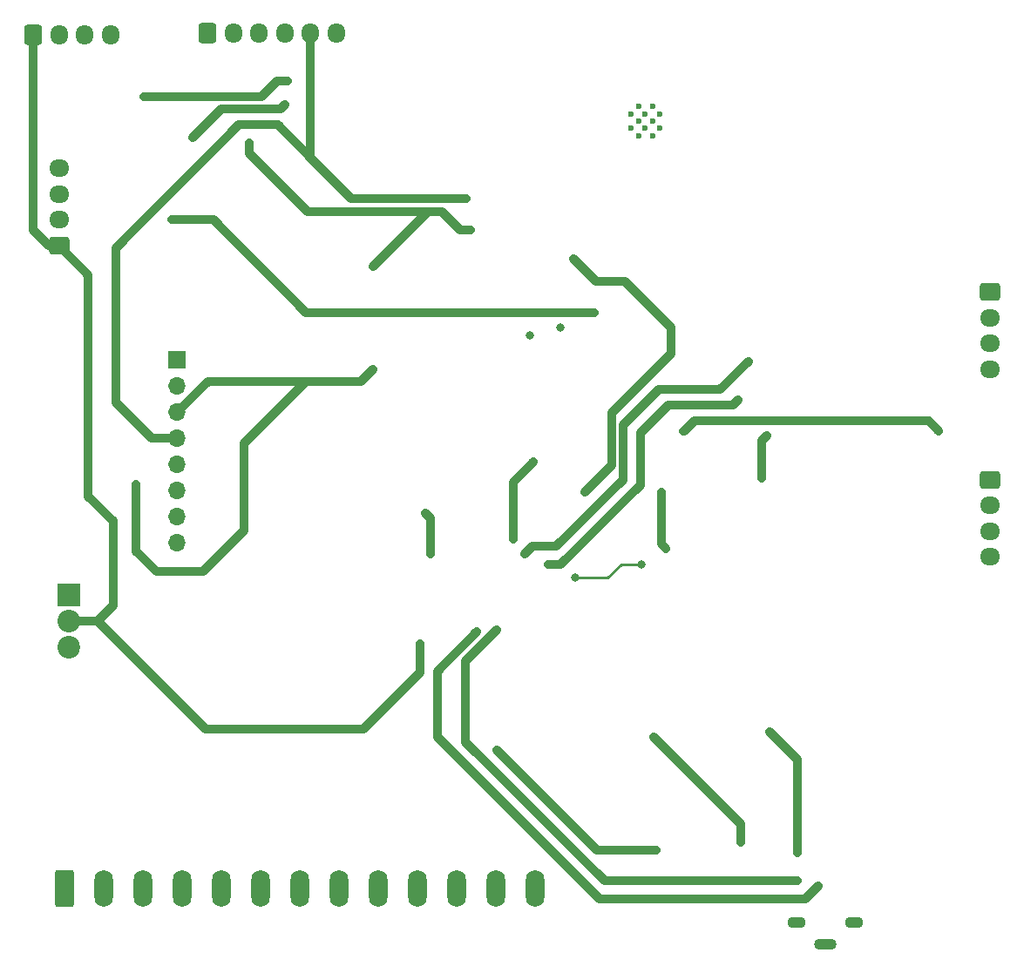
<source format=gbl>
G04 #@! TF.GenerationSoftware,KiCad,Pcbnew,8.0.8*
G04 #@! TF.CreationDate,2025-01-30T15:15:15-05:00*
G04 #@! TF.ProjectId,FORWARD-PCB,464f5257-4152-4442-9d50-43422e6b6963,rev?*
G04 #@! TF.SameCoordinates,Original*
G04 #@! TF.FileFunction,Copper,L4,Bot*
G04 #@! TF.FilePolarity,Positive*
%FSLAX46Y46*%
G04 Gerber Fmt 4.6, Leading zero omitted, Abs format (unit mm)*
G04 Created by KiCad (PCBNEW 8.0.8) date 2025-01-30 15:15:15*
%MOMM*%
%LPD*%
G01*
G04 APERTURE LIST*
G04 Aperture macros list*
%AMRoundRect*
0 Rectangle with rounded corners*
0 $1 Rounding radius*
0 $2 $3 $4 $5 $6 $7 $8 $9 X,Y pos of 4 corners*
0 Add a 4 corners polygon primitive as box body*
4,1,4,$2,$3,$4,$5,$6,$7,$8,$9,$2,$3,0*
0 Add four circle primitives for the rounded corners*
1,1,$1+$1,$2,$3*
1,1,$1+$1,$4,$5*
1,1,$1+$1,$6,$7*
1,1,$1+$1,$8,$9*
0 Add four rect primitives between the rounded corners*
20,1,$1+$1,$2,$3,$4,$5,0*
20,1,$1+$1,$4,$5,$6,$7,0*
20,1,$1+$1,$6,$7,$8,$9,0*
20,1,$1+$1,$8,$9,$2,$3,0*%
G04 Aperture macros list end*
G04 #@! TA.AperFunction,ComponentPad*
%ADD10RoundRect,0.250000X0.725000X-0.600000X0.725000X0.600000X-0.725000X0.600000X-0.725000X-0.600000X0*%
G04 #@! TD*
G04 #@! TA.AperFunction,ComponentPad*
%ADD11O,1.950000X1.700000*%
G04 #@! TD*
G04 #@! TA.AperFunction,HeatsinkPad*
%ADD12O,1.800000X1.100000*%
G04 #@! TD*
G04 #@! TA.AperFunction,HeatsinkPad*
%ADD13O,2.200000X1.100000*%
G04 #@! TD*
G04 #@! TA.AperFunction,ComponentPad*
%ADD14RoundRect,0.250000X-0.600000X-0.725000X0.600000X-0.725000X0.600000X0.725000X-0.600000X0.725000X0*%
G04 #@! TD*
G04 #@! TA.AperFunction,ComponentPad*
%ADD15O,1.700000X1.950000*%
G04 #@! TD*
G04 #@! TA.AperFunction,ComponentPad*
%ADD16R,1.700000X1.700000*%
G04 #@! TD*
G04 #@! TA.AperFunction,ComponentPad*
%ADD17O,1.700000X1.700000*%
G04 #@! TD*
G04 #@! TA.AperFunction,ComponentPad*
%ADD18RoundRect,0.250000X-0.725000X0.600000X-0.725000X-0.600000X0.725000X-0.600000X0.725000X0.600000X0*%
G04 #@! TD*
G04 #@! TA.AperFunction,ComponentPad*
%ADD19RoundRect,0.250000X-0.650000X-1.550000X0.650000X-1.550000X0.650000X1.550000X-0.650000X1.550000X0*%
G04 #@! TD*
G04 #@! TA.AperFunction,ComponentPad*
%ADD20O,1.800000X3.600000*%
G04 #@! TD*
G04 #@! TA.AperFunction,ComponentPad*
%ADD21R,2.200000X2.200000*%
G04 #@! TD*
G04 #@! TA.AperFunction,ComponentPad*
%ADD22C,2.200000*%
G04 #@! TD*
G04 #@! TA.AperFunction,HeatsinkPad*
%ADD23C,0.600000*%
G04 #@! TD*
G04 #@! TA.AperFunction,ViaPad*
%ADD24C,0.800000*%
G04 #@! TD*
G04 #@! TA.AperFunction,Conductor*
%ADD25C,0.838200*%
G04 #@! TD*
G04 #@! TA.AperFunction,Conductor*
%ADD26C,0.250000*%
G04 #@! TD*
G04 APERTURE END LIST*
D10*
X105500000Y-76000000D03*
D11*
X105500000Y-73500000D03*
X105500000Y-71000000D03*
X105500000Y-68500000D03*
D12*
X177150000Y-141750000D03*
D13*
X179950000Y-143900000D03*
D12*
X182750000Y-141750000D03*
D14*
X119950000Y-55332500D03*
D15*
X122450000Y-55332500D03*
X124950000Y-55332500D03*
X127450000Y-55332500D03*
X129950000Y-55332500D03*
X132450000Y-55332500D03*
D16*
X117000000Y-87125000D03*
D17*
X117000000Y-89665000D03*
X117000000Y-92205000D03*
X117000000Y-94745000D03*
X117000000Y-97285000D03*
X117000000Y-99825000D03*
X117000000Y-102365000D03*
X117000000Y-104905000D03*
D18*
X195967500Y-80500000D03*
D11*
X195967500Y-83000000D03*
X195967500Y-85500000D03*
X195967500Y-88000000D03*
D19*
X106020000Y-138500000D03*
D20*
X109830000Y-138500000D03*
X113640000Y-138500000D03*
X117450000Y-138500000D03*
X121260000Y-138500000D03*
X125070000Y-138500000D03*
X128880000Y-138500000D03*
X132690000Y-138500000D03*
X136500000Y-138500000D03*
X140310000Y-138500000D03*
X144120000Y-138500000D03*
X147930000Y-138500000D03*
X151740000Y-138500000D03*
D21*
X106500000Y-109960000D03*
D22*
X106500000Y-112500000D03*
X106500000Y-115040000D03*
D23*
X161100000Y-63200000D03*
X161100000Y-64600000D03*
X161800000Y-62500000D03*
X161800000Y-63900000D03*
X161800000Y-65300000D03*
X162475000Y-63200000D03*
X162475000Y-64600000D03*
X163200000Y-62500000D03*
X163200000Y-63900000D03*
X163200000Y-65300000D03*
X163900000Y-63200000D03*
X163900000Y-64600000D03*
D14*
X103000000Y-55500000D03*
D15*
X105500000Y-55500000D03*
X108000000Y-55500000D03*
X110500000Y-55500000D03*
D18*
X195967500Y-98750000D03*
D11*
X195967500Y-101250000D03*
X195967500Y-103750000D03*
X195967500Y-106250000D03*
D24*
X151250000Y-84750000D03*
X174500000Y-123250000D03*
X156619740Y-100000000D03*
X155500000Y-77300000D03*
X177250000Y-135000000D03*
X154250000Y-84000000D03*
X141619740Y-106000000D03*
X191000000Y-94000000D03*
X140619740Y-114700000D03*
X166250000Y-94000000D03*
X136059870Y-122059870D03*
X141119740Y-102000000D03*
X163250000Y-123750000D03*
X171750000Y-134000000D03*
X148035435Y-113382684D03*
X177250000Y-137750000D03*
X179250000Y-138250000D03*
X146119740Y-113500000D03*
X136000000Y-78000000D03*
X113000000Y-99205000D03*
X124000000Y-66000000D03*
X145500000Y-74500000D03*
X136000000Y-88000000D03*
X111000000Y-91205000D03*
X145080000Y-71420000D03*
X164500000Y-105500000D03*
X155619740Y-108300000D03*
X162119740Y-107000000D03*
X164000000Y-100000000D03*
X149619740Y-104500000D03*
X151619740Y-97000000D03*
X113750000Y-61500000D03*
X127750000Y-60000000D03*
X171500000Y-91000000D03*
X153000000Y-107000000D03*
X172500000Y-87250000D03*
X150750000Y-106000000D03*
X163500000Y-134750000D03*
X148000000Y-125000000D03*
X127500000Y-62250000D03*
X118500000Y-65500000D03*
X116500000Y-73500000D03*
X157500000Y-82500000D03*
X173779980Y-98640228D03*
X174250000Y-94500000D03*
D25*
X159250000Y-92250000D02*
X159250000Y-97369740D01*
X160500000Y-79500000D02*
X165000000Y-84000000D01*
X155500000Y-77300000D02*
X157700000Y-79500000D01*
X165000000Y-84000000D02*
X165000000Y-86500000D01*
X177250000Y-135000000D02*
X177250000Y-126000000D01*
X157700000Y-79500000D02*
X160500000Y-79500000D01*
X177250000Y-126000000D02*
X174500000Y-123250000D01*
X165000000Y-86500000D02*
X159250000Y-92250000D01*
X159250000Y-97369740D02*
X156619740Y-100000000D01*
X110750000Y-102740894D02*
X110750000Y-111000000D01*
X105500000Y-76000000D02*
X108369100Y-78869100D01*
X104500000Y-76000000D02*
X105500000Y-76000000D01*
X135119740Y-123000000D02*
X119750000Y-123000000D01*
X103000000Y-55500000D02*
X103000000Y-74500000D01*
X110750000Y-111000000D02*
X109250000Y-112500000D01*
X167250000Y-93000000D02*
X190000000Y-93000000D01*
X103000000Y-74500000D02*
X104500000Y-76000000D01*
X166250000Y-94000000D02*
X167250000Y-93000000D01*
X190000000Y-93000000D02*
X191000000Y-94000000D01*
X108369100Y-100359994D02*
X110750000Y-102740894D01*
X141619740Y-102500000D02*
X141619740Y-106000000D01*
X140619740Y-114700000D02*
X140619740Y-117500000D01*
X166200000Y-94000000D02*
X166250000Y-94000000D01*
X140619740Y-117500000D02*
X135119740Y-123000000D01*
X109250000Y-112500000D02*
X106500000Y-112500000D01*
X108369100Y-78869100D02*
X108369100Y-100359994D01*
X141119740Y-102000000D02*
X141619740Y-102500000D01*
X119750000Y-123000000D02*
X109250000Y-112500000D01*
X171750000Y-132250000D02*
X171750000Y-134000000D01*
X163250000Y-123750000D02*
X171750000Y-132250000D01*
X145030900Y-124280900D02*
X145030900Y-116387219D01*
X145030900Y-116387219D02*
X148035435Y-113382684D01*
X177250000Y-137750000D02*
X158500000Y-137750000D01*
X158500000Y-137750000D02*
X145030900Y-124280900D01*
X178000000Y-139500000D02*
X158000000Y-139500000D01*
X179250000Y-138250000D02*
X178000000Y-139500000D01*
X142250000Y-123750000D02*
X142250000Y-117369740D01*
X142250000Y-117369740D02*
X146119740Y-113500000D01*
X158000000Y-139500000D02*
X142250000Y-123750000D01*
X134795000Y-89205000D02*
X136000000Y-88000000D01*
X129690000Y-72690000D02*
X141310000Y-72690000D01*
X124000000Y-67000000D02*
X129690000Y-72690000D01*
X120000000Y-89205000D02*
X117000000Y-92205000D01*
X113000000Y-99205000D02*
X113000000Y-105700000D01*
X136000000Y-78000000D02*
X141310000Y-72690000D01*
X141310000Y-72690000D02*
X142690000Y-72690000D01*
X123500000Y-103700000D02*
X123500000Y-95205000D01*
X144500000Y-74500000D02*
X145500000Y-74500000D01*
X123500000Y-95205000D02*
X129500000Y-89205000D01*
X124000000Y-89205000D02*
X134795000Y-89205000D01*
X119500000Y-107700000D02*
X123500000Y-103700000D01*
X115000000Y-107700000D02*
X119500000Y-107700000D01*
X113000000Y-105700000D02*
X115000000Y-107700000D01*
X124000000Y-66000000D02*
X124000000Y-67000000D01*
X142690000Y-72690000D02*
X144500000Y-74500000D01*
X124000000Y-89205000D02*
X120000000Y-89205000D01*
X126750000Y-64250000D02*
X123000000Y-64250000D01*
X129950000Y-55332500D02*
X129950000Y-57050000D01*
X111000000Y-76250000D02*
X111000000Y-91205000D01*
X129950000Y-67450000D02*
X126750000Y-64250000D01*
X133920000Y-71420000D02*
X129950000Y-67450000D01*
X145080000Y-71420000D02*
X133920000Y-71420000D01*
X114540000Y-94745000D02*
X117000000Y-94745000D01*
X129950000Y-67450000D02*
X129950000Y-57050000D01*
X111000000Y-91205000D02*
X114540000Y-94745000D01*
X123000000Y-64250000D02*
X111000000Y-76250000D01*
D26*
X158819740Y-108300000D02*
X155619740Y-108300000D01*
X160119740Y-107000000D02*
X158819740Y-108300000D01*
D25*
X164000000Y-105000000D02*
X164000000Y-102750000D01*
D26*
X162119740Y-107000000D02*
X160119740Y-107000000D01*
D25*
X164500000Y-105500000D02*
X164000000Y-105000000D01*
X164000000Y-102750000D02*
X164000000Y-100000000D01*
X149619740Y-99000000D02*
X151619740Y-97000000D01*
X149619740Y-104500000D02*
X149619740Y-99000000D01*
X127750000Y-60000000D02*
X126719100Y-60000000D01*
X125219100Y-61500000D02*
X113750000Y-61500000D01*
X126719100Y-60000000D02*
X125219100Y-61500000D01*
X162000000Y-99250000D02*
X162000000Y-94250000D01*
X171000000Y-91500000D02*
X171500000Y-91000000D01*
X162000000Y-94250000D02*
X164750000Y-91500000D01*
X164750000Y-91500000D02*
X171000000Y-91500000D01*
X154250000Y-107000000D02*
X162000000Y-99250000D01*
X153000000Y-107000000D02*
X154250000Y-107000000D01*
X150750000Y-106000000D02*
X151500000Y-105250000D01*
X151500000Y-105250000D02*
X153793989Y-105250000D01*
X160288200Y-98755789D02*
X160288200Y-93461800D01*
X163750000Y-90000000D02*
X169750000Y-90000000D01*
X169750000Y-90000000D02*
X172500000Y-87250000D01*
X160288200Y-93461800D02*
X163750000Y-90000000D01*
X153793989Y-105250000D02*
X160288200Y-98755789D01*
X148000000Y-125000000D02*
X157750000Y-134750000D01*
X157750000Y-134750000D02*
X163500000Y-134750000D01*
X148000000Y-125000000D02*
X148019100Y-125019100D01*
X118500000Y-65500000D02*
X121250000Y-62750000D01*
X127000000Y-62750000D02*
X127500000Y-62250000D01*
X121250000Y-62750000D02*
X127000000Y-62750000D01*
X120500000Y-73500000D02*
X129500000Y-82500000D01*
X116500000Y-73500000D02*
X120500000Y-73500000D01*
X129500000Y-82500000D02*
X157500000Y-82500000D01*
X173779980Y-98640228D02*
X173779980Y-94970020D01*
X173779980Y-94970020D02*
X174250000Y-94500000D01*
M02*

</source>
